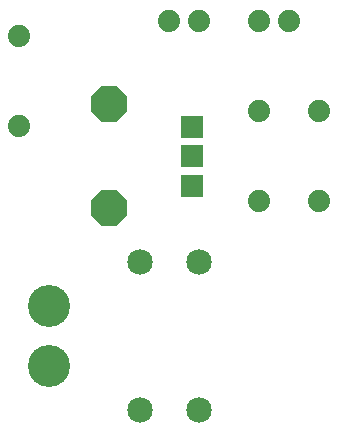
<source format=gbr>
G04 EAGLE Gerber RS-274X export*
G75*
%MOMM*%
%FSLAX34Y34*%
%LPD*%
%INBottom Copper*%
%IPPOS*%
%AMOC8*
5,1,8,0,0,1.08239X$1,22.5*%
G01*
%ADD10C,1.879600*%
%ADD11C,3.556000*%
%ADD12C,2.159000*%
%ADD13R,1.879600X1.879600*%
%ADD14P,3.247170X8X22.500000*%


D10*
X254000Y393700D03*
X228600Y393700D03*
X330200Y393700D03*
X304800Y393700D03*
D11*
X127000Y101600D03*
X127000Y152400D03*
D10*
X304800Y317500D03*
X304800Y241300D03*
X355600Y317500D03*
X355600Y241300D03*
X101600Y304800D03*
X101600Y381000D03*
D12*
X203600Y64500D03*
X253600Y64500D03*
X253600Y189500D03*
X203600Y189500D03*
D13*
X247800Y254400D03*
X247800Y279400D03*
X247800Y304400D03*
D14*
X177800Y235400D03*
X177800Y323400D03*
M02*

</source>
